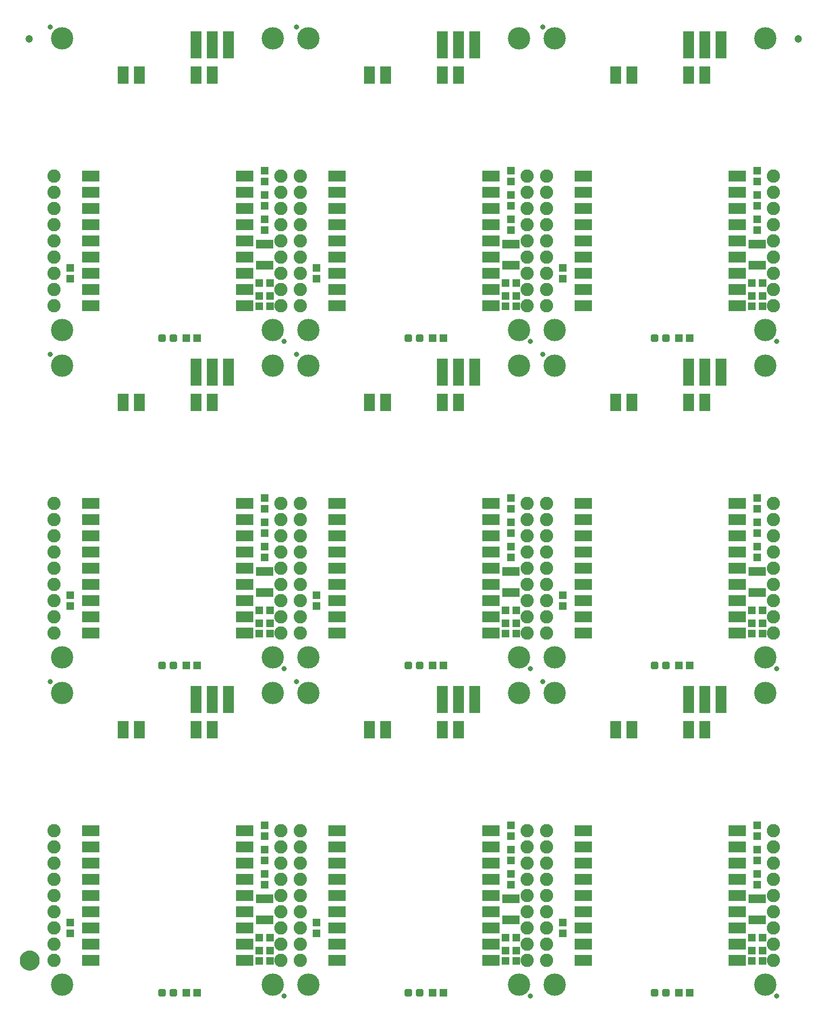
<source format=gts>
G04 EAGLE Gerber RS-274X export*
G75*
%MOMM*%
%FSLAX34Y34*%
%LPD*%
%INSoldermask Top*%
%IPPOS*%
%AMOC8*
5,1,8,0,0,1.08239X$1,22.5*%
G01*
%ADD10C,0.838200*%
%ADD11C,3.505200*%
%ADD12R,1.303200X1.203200*%
%ADD13C,0.505344*%
%ADD14R,2.703200X1.703200*%
%ADD15R,1.703200X2.703200*%
%ADD16R,1.203200X1.303200*%
%ADD17R,1.703200X4.203200*%
%ADD18R,2.703200X1.403200*%
%ADD19C,2.082800*%
%ADD20C,1.203200*%
%ADD21C,1.270000*%
%ADD22C,1.703200*%


D10*
X373380Y7620D03*
X6350Y500380D03*
D11*
X25400Y482600D03*
X25400Y25400D03*
X355600Y482600D03*
X355600Y25400D03*
D12*
X334400Y62230D03*
X351400Y62230D03*
X334400Y78740D03*
X351400Y78740D03*
X334400Y99060D03*
X351400Y99060D03*
D13*
X185220Y16190D02*
X185220Y9210D01*
X178240Y9210D01*
X178240Y16190D01*
X185220Y16190D01*
X185220Y14010D02*
X178240Y14010D01*
X202760Y16190D02*
X202760Y9210D01*
X195780Y9210D01*
X195780Y16190D01*
X202760Y16190D01*
X202760Y14010D02*
X195780Y14010D01*
D14*
X69500Y63600D03*
X69500Y89000D03*
X69500Y114400D03*
X69500Y139800D03*
X69500Y165200D03*
X69500Y190600D03*
X69500Y216000D03*
X69500Y241400D03*
X69500Y266800D03*
X311500Y63600D03*
X311500Y89000D03*
X311500Y114400D03*
X311500Y139800D03*
X311500Y165200D03*
X311500Y190600D03*
X311500Y216000D03*
X311500Y241400D03*
X311500Y266800D03*
D15*
X260500Y424600D03*
X235100Y424600D03*
X145900Y424600D03*
X120500Y424600D03*
D16*
X38100Y105800D03*
X38100Y122800D03*
D17*
X234950Y472440D03*
X260350Y472440D03*
X285750Y472440D03*
D16*
X342900Y199000D03*
X342900Y182000D03*
X342900Y275200D03*
X342900Y258200D03*
X342900Y237100D03*
X342900Y220100D03*
D12*
X220100Y12700D03*
X237100Y12700D03*
D18*
X342900Y160010D03*
X342900Y127010D03*
D19*
X368300Y266700D03*
X368300Y241300D03*
X368300Y215900D03*
X368300Y190500D03*
X368300Y165100D03*
X368300Y139700D03*
X368300Y114300D03*
X368300Y88900D03*
X368300Y63500D03*
X12700Y266700D03*
X12700Y241300D03*
X12700Y215900D03*
X12700Y190500D03*
X12700Y165100D03*
X12700Y139700D03*
X12700Y114300D03*
X12700Y88900D03*
X12700Y63500D03*
D10*
X759460Y7620D03*
X392430Y500380D03*
D11*
X411480Y482600D03*
X411480Y25400D03*
X741680Y482600D03*
X741680Y25400D03*
D12*
X720480Y62230D03*
X737480Y62230D03*
X720480Y78740D03*
X737480Y78740D03*
X720480Y99060D03*
X737480Y99060D03*
D13*
X571300Y16190D02*
X571300Y9210D01*
X564320Y9210D01*
X564320Y16190D01*
X571300Y16190D01*
X571300Y14010D02*
X564320Y14010D01*
X588840Y16190D02*
X588840Y9210D01*
X581860Y9210D01*
X581860Y16190D01*
X588840Y16190D01*
X588840Y14010D02*
X581860Y14010D01*
D14*
X455580Y63600D03*
X455580Y89000D03*
X455580Y114400D03*
X455580Y139800D03*
X455580Y165200D03*
X455580Y190600D03*
X455580Y216000D03*
X455580Y241400D03*
X455580Y266800D03*
X697580Y63600D03*
X697580Y89000D03*
X697580Y114400D03*
X697580Y139800D03*
X697580Y165200D03*
X697580Y190600D03*
X697580Y216000D03*
X697580Y241400D03*
X697580Y266800D03*
D15*
X646580Y424600D03*
X621180Y424600D03*
X531980Y424600D03*
X506580Y424600D03*
D16*
X424180Y105800D03*
X424180Y122800D03*
D17*
X621030Y472440D03*
X646430Y472440D03*
X671830Y472440D03*
D16*
X728980Y199000D03*
X728980Y182000D03*
X728980Y275200D03*
X728980Y258200D03*
X728980Y237100D03*
X728980Y220100D03*
D12*
X606180Y12700D03*
X623180Y12700D03*
D18*
X728980Y160010D03*
X728980Y127010D03*
D19*
X754380Y266700D03*
X754380Y241300D03*
X754380Y215900D03*
X754380Y190500D03*
X754380Y165100D03*
X754380Y139700D03*
X754380Y114300D03*
X754380Y88900D03*
X754380Y63500D03*
X398780Y266700D03*
X398780Y241300D03*
X398780Y215900D03*
X398780Y190500D03*
X398780Y165100D03*
X398780Y139700D03*
X398780Y114300D03*
X398780Y88900D03*
X398780Y63500D03*
D10*
X1145540Y7620D03*
X778510Y500380D03*
D11*
X797560Y482600D03*
X797560Y25400D03*
X1127760Y482600D03*
X1127760Y25400D03*
D12*
X1106560Y62230D03*
X1123560Y62230D03*
X1106560Y78740D03*
X1123560Y78740D03*
X1106560Y99060D03*
X1123560Y99060D03*
D13*
X957380Y16190D02*
X957380Y9210D01*
X950400Y9210D01*
X950400Y16190D01*
X957380Y16190D01*
X957380Y14010D02*
X950400Y14010D01*
X974920Y16190D02*
X974920Y9210D01*
X967940Y9210D01*
X967940Y16190D01*
X974920Y16190D01*
X974920Y14010D02*
X967940Y14010D01*
D14*
X841660Y63600D03*
X841660Y89000D03*
X841660Y114400D03*
X841660Y139800D03*
X841660Y165200D03*
X841660Y190600D03*
X841660Y216000D03*
X841660Y241400D03*
X841660Y266800D03*
X1083660Y63600D03*
X1083660Y89000D03*
X1083660Y114400D03*
X1083660Y139800D03*
X1083660Y165200D03*
X1083660Y190600D03*
X1083660Y216000D03*
X1083660Y241400D03*
X1083660Y266800D03*
D15*
X1032660Y424600D03*
X1007260Y424600D03*
X918060Y424600D03*
X892660Y424600D03*
D16*
X810260Y105800D03*
X810260Y122800D03*
D17*
X1007110Y472440D03*
X1032510Y472440D03*
X1057910Y472440D03*
D16*
X1115060Y199000D03*
X1115060Y182000D03*
X1115060Y275200D03*
X1115060Y258200D03*
X1115060Y237100D03*
X1115060Y220100D03*
D12*
X992260Y12700D03*
X1009260Y12700D03*
D18*
X1115060Y160010D03*
X1115060Y127010D03*
D19*
X1140460Y266700D03*
X1140460Y241300D03*
X1140460Y215900D03*
X1140460Y190500D03*
X1140460Y165100D03*
X1140460Y139700D03*
X1140460Y114300D03*
X1140460Y88900D03*
X1140460Y63500D03*
X784860Y266700D03*
X784860Y241300D03*
X784860Y215900D03*
X784860Y190500D03*
X784860Y165100D03*
X784860Y139700D03*
X784860Y114300D03*
X784860Y88900D03*
X784860Y63500D03*
D10*
X373380Y520700D03*
X6350Y1013460D03*
D11*
X25400Y995680D03*
X25400Y538480D03*
X355600Y995680D03*
X355600Y538480D03*
D12*
X334400Y575310D03*
X351400Y575310D03*
X334400Y591820D03*
X351400Y591820D03*
X334400Y612140D03*
X351400Y612140D03*
D13*
X185220Y529270D02*
X185220Y522290D01*
X178240Y522290D01*
X178240Y529270D01*
X185220Y529270D01*
X185220Y527090D02*
X178240Y527090D01*
X202760Y529270D02*
X202760Y522290D01*
X195780Y522290D01*
X195780Y529270D01*
X202760Y529270D01*
X202760Y527090D02*
X195780Y527090D01*
D14*
X69500Y576680D03*
X69500Y602080D03*
X69500Y627480D03*
X69500Y652880D03*
X69500Y678280D03*
X69500Y703680D03*
X69500Y729080D03*
X69500Y754480D03*
X69500Y779880D03*
X311500Y576680D03*
X311500Y602080D03*
X311500Y627480D03*
X311500Y652880D03*
X311500Y678280D03*
X311500Y703680D03*
X311500Y729080D03*
X311500Y754480D03*
X311500Y779880D03*
D15*
X260500Y937680D03*
X235100Y937680D03*
X145900Y937680D03*
X120500Y937680D03*
D16*
X38100Y618880D03*
X38100Y635880D03*
D17*
X234950Y985520D03*
X260350Y985520D03*
X285750Y985520D03*
D16*
X342900Y712080D03*
X342900Y695080D03*
X342900Y788280D03*
X342900Y771280D03*
X342900Y750180D03*
X342900Y733180D03*
D12*
X220100Y525780D03*
X237100Y525780D03*
D18*
X342900Y673090D03*
X342900Y640090D03*
D19*
X368300Y779780D03*
X368300Y754380D03*
X368300Y728980D03*
X368300Y703580D03*
X368300Y678180D03*
X368300Y652780D03*
X368300Y627380D03*
X368300Y601980D03*
X368300Y576580D03*
X12700Y779780D03*
X12700Y754380D03*
X12700Y728980D03*
X12700Y703580D03*
X12700Y678180D03*
X12700Y652780D03*
X12700Y627380D03*
X12700Y601980D03*
X12700Y576580D03*
D10*
X759460Y520700D03*
X392430Y1013460D03*
D11*
X411480Y995680D03*
X411480Y538480D03*
X741680Y995680D03*
X741680Y538480D03*
D12*
X720480Y575310D03*
X737480Y575310D03*
X720480Y591820D03*
X737480Y591820D03*
X720480Y612140D03*
X737480Y612140D03*
D13*
X571300Y529270D02*
X571300Y522290D01*
X564320Y522290D01*
X564320Y529270D01*
X571300Y529270D01*
X571300Y527090D02*
X564320Y527090D01*
X588840Y529270D02*
X588840Y522290D01*
X581860Y522290D01*
X581860Y529270D01*
X588840Y529270D01*
X588840Y527090D02*
X581860Y527090D01*
D14*
X455580Y576680D03*
X455580Y602080D03*
X455580Y627480D03*
X455580Y652880D03*
X455580Y678280D03*
X455580Y703680D03*
X455580Y729080D03*
X455580Y754480D03*
X455580Y779880D03*
X697580Y576680D03*
X697580Y602080D03*
X697580Y627480D03*
X697580Y652880D03*
X697580Y678280D03*
X697580Y703680D03*
X697580Y729080D03*
X697580Y754480D03*
X697580Y779880D03*
D15*
X646580Y937680D03*
X621180Y937680D03*
X531980Y937680D03*
X506580Y937680D03*
D16*
X424180Y618880D03*
X424180Y635880D03*
D17*
X621030Y985520D03*
X646430Y985520D03*
X671830Y985520D03*
D16*
X728980Y712080D03*
X728980Y695080D03*
X728980Y788280D03*
X728980Y771280D03*
X728980Y750180D03*
X728980Y733180D03*
D12*
X606180Y525780D03*
X623180Y525780D03*
D18*
X728980Y673090D03*
X728980Y640090D03*
D19*
X754380Y779780D03*
X754380Y754380D03*
X754380Y728980D03*
X754380Y703580D03*
X754380Y678180D03*
X754380Y652780D03*
X754380Y627380D03*
X754380Y601980D03*
X754380Y576580D03*
X398780Y779780D03*
X398780Y754380D03*
X398780Y728980D03*
X398780Y703580D03*
X398780Y678180D03*
X398780Y652780D03*
X398780Y627380D03*
X398780Y601980D03*
X398780Y576580D03*
D10*
X1145540Y520700D03*
X778510Y1013460D03*
D11*
X797560Y995680D03*
X797560Y538480D03*
X1127760Y995680D03*
X1127760Y538480D03*
D12*
X1106560Y575310D03*
X1123560Y575310D03*
X1106560Y591820D03*
X1123560Y591820D03*
X1106560Y612140D03*
X1123560Y612140D03*
D13*
X957380Y529270D02*
X957380Y522290D01*
X950400Y522290D01*
X950400Y529270D01*
X957380Y529270D01*
X957380Y527090D02*
X950400Y527090D01*
X974920Y529270D02*
X974920Y522290D01*
X967940Y522290D01*
X967940Y529270D01*
X974920Y529270D01*
X974920Y527090D02*
X967940Y527090D01*
D14*
X841660Y576680D03*
X841660Y602080D03*
X841660Y627480D03*
X841660Y652880D03*
X841660Y678280D03*
X841660Y703680D03*
X841660Y729080D03*
X841660Y754480D03*
X841660Y779880D03*
X1083660Y576680D03*
X1083660Y602080D03*
X1083660Y627480D03*
X1083660Y652880D03*
X1083660Y678280D03*
X1083660Y703680D03*
X1083660Y729080D03*
X1083660Y754480D03*
X1083660Y779880D03*
D15*
X1032660Y937680D03*
X1007260Y937680D03*
X918060Y937680D03*
X892660Y937680D03*
D16*
X810260Y618880D03*
X810260Y635880D03*
D17*
X1007110Y985520D03*
X1032510Y985520D03*
X1057910Y985520D03*
D16*
X1115060Y712080D03*
X1115060Y695080D03*
X1115060Y788280D03*
X1115060Y771280D03*
X1115060Y750180D03*
X1115060Y733180D03*
D12*
X992260Y525780D03*
X1009260Y525780D03*
D18*
X1115060Y673090D03*
X1115060Y640090D03*
D19*
X1140460Y779780D03*
X1140460Y754380D03*
X1140460Y728980D03*
X1140460Y703580D03*
X1140460Y678180D03*
X1140460Y652780D03*
X1140460Y627380D03*
X1140460Y601980D03*
X1140460Y576580D03*
X784860Y779780D03*
X784860Y754380D03*
X784860Y728980D03*
X784860Y703580D03*
X784860Y678180D03*
X784860Y652780D03*
X784860Y627380D03*
X784860Y601980D03*
X784860Y576580D03*
D10*
X373380Y1033780D03*
X6350Y1526540D03*
D11*
X25400Y1508760D03*
X25400Y1051560D03*
X355600Y1508760D03*
X355600Y1051560D03*
D12*
X334400Y1088390D03*
X351400Y1088390D03*
X334400Y1104900D03*
X351400Y1104900D03*
X334400Y1125220D03*
X351400Y1125220D03*
D13*
X185220Y1042350D02*
X185220Y1035370D01*
X178240Y1035370D01*
X178240Y1042350D01*
X185220Y1042350D01*
X185220Y1040170D02*
X178240Y1040170D01*
X202760Y1042350D02*
X202760Y1035370D01*
X195780Y1035370D01*
X195780Y1042350D01*
X202760Y1042350D01*
X202760Y1040170D02*
X195780Y1040170D01*
D14*
X69500Y1089760D03*
X69500Y1115160D03*
X69500Y1140560D03*
X69500Y1165960D03*
X69500Y1191360D03*
X69500Y1216760D03*
X69500Y1242160D03*
X69500Y1267560D03*
X69500Y1292960D03*
X311500Y1089760D03*
X311500Y1115160D03*
X311500Y1140560D03*
X311500Y1165960D03*
X311500Y1191360D03*
X311500Y1216760D03*
X311500Y1242160D03*
X311500Y1267560D03*
X311500Y1292960D03*
D15*
X260500Y1450760D03*
X235100Y1450760D03*
X145900Y1450760D03*
X120500Y1450760D03*
D16*
X38100Y1131960D03*
X38100Y1148960D03*
D17*
X234950Y1498600D03*
X260350Y1498600D03*
X285750Y1498600D03*
D16*
X342900Y1225160D03*
X342900Y1208160D03*
X342900Y1301360D03*
X342900Y1284360D03*
X342900Y1263260D03*
X342900Y1246260D03*
D12*
X220100Y1038860D03*
X237100Y1038860D03*
D18*
X342900Y1186170D03*
X342900Y1153170D03*
D19*
X368300Y1292860D03*
X368300Y1267460D03*
X368300Y1242060D03*
X368300Y1216660D03*
X368300Y1191260D03*
X368300Y1165860D03*
X368300Y1140460D03*
X368300Y1115060D03*
X368300Y1089660D03*
X12700Y1292860D03*
X12700Y1267460D03*
X12700Y1242060D03*
X12700Y1216660D03*
X12700Y1191260D03*
X12700Y1165860D03*
X12700Y1140460D03*
X12700Y1115060D03*
X12700Y1089660D03*
D10*
X759460Y1033780D03*
X392430Y1526540D03*
D11*
X411480Y1508760D03*
X411480Y1051560D03*
X741680Y1508760D03*
X741680Y1051560D03*
D12*
X720480Y1088390D03*
X737480Y1088390D03*
X720480Y1104900D03*
X737480Y1104900D03*
X720480Y1125220D03*
X737480Y1125220D03*
D13*
X571300Y1042350D02*
X571300Y1035370D01*
X564320Y1035370D01*
X564320Y1042350D01*
X571300Y1042350D01*
X571300Y1040170D02*
X564320Y1040170D01*
X588840Y1042350D02*
X588840Y1035370D01*
X581860Y1035370D01*
X581860Y1042350D01*
X588840Y1042350D01*
X588840Y1040170D02*
X581860Y1040170D01*
D14*
X455580Y1089760D03*
X455580Y1115160D03*
X455580Y1140560D03*
X455580Y1165960D03*
X455580Y1191360D03*
X455580Y1216760D03*
X455580Y1242160D03*
X455580Y1267560D03*
X455580Y1292960D03*
X697580Y1089760D03*
X697580Y1115160D03*
X697580Y1140560D03*
X697580Y1165960D03*
X697580Y1191360D03*
X697580Y1216760D03*
X697580Y1242160D03*
X697580Y1267560D03*
X697580Y1292960D03*
D15*
X646580Y1450760D03*
X621180Y1450760D03*
X531980Y1450760D03*
X506580Y1450760D03*
D16*
X424180Y1131960D03*
X424180Y1148960D03*
D17*
X621030Y1498600D03*
X646430Y1498600D03*
X671830Y1498600D03*
D16*
X728980Y1225160D03*
X728980Y1208160D03*
X728980Y1301360D03*
X728980Y1284360D03*
X728980Y1263260D03*
X728980Y1246260D03*
D12*
X606180Y1038860D03*
X623180Y1038860D03*
D18*
X728980Y1186170D03*
X728980Y1153170D03*
D19*
X754380Y1292860D03*
X754380Y1267460D03*
X754380Y1242060D03*
X754380Y1216660D03*
X754380Y1191260D03*
X754380Y1165860D03*
X754380Y1140460D03*
X754380Y1115060D03*
X754380Y1089660D03*
X398780Y1292860D03*
X398780Y1267460D03*
X398780Y1242060D03*
X398780Y1216660D03*
X398780Y1191260D03*
X398780Y1165860D03*
X398780Y1140460D03*
X398780Y1115060D03*
X398780Y1089660D03*
D10*
X1145540Y1033780D03*
X778510Y1526540D03*
D11*
X797560Y1508760D03*
X797560Y1051560D03*
X1127760Y1508760D03*
X1127760Y1051560D03*
D12*
X1106560Y1088390D03*
X1123560Y1088390D03*
X1106560Y1104900D03*
X1123560Y1104900D03*
X1106560Y1125220D03*
X1123560Y1125220D03*
D13*
X957380Y1042350D02*
X957380Y1035370D01*
X950400Y1035370D01*
X950400Y1042350D01*
X957380Y1042350D01*
X957380Y1040170D02*
X950400Y1040170D01*
X974920Y1042350D02*
X974920Y1035370D01*
X967940Y1035370D01*
X967940Y1042350D01*
X974920Y1042350D01*
X974920Y1040170D02*
X967940Y1040170D01*
D14*
X841660Y1089760D03*
X841660Y1115160D03*
X841660Y1140560D03*
X841660Y1165960D03*
X841660Y1191360D03*
X841660Y1216760D03*
X841660Y1242160D03*
X841660Y1267560D03*
X841660Y1292960D03*
X1083660Y1089760D03*
X1083660Y1115160D03*
X1083660Y1140560D03*
X1083660Y1165960D03*
X1083660Y1191360D03*
X1083660Y1216760D03*
X1083660Y1242160D03*
X1083660Y1267560D03*
X1083660Y1292960D03*
D15*
X1032660Y1450760D03*
X1007260Y1450760D03*
X918060Y1450760D03*
X892660Y1450760D03*
D16*
X810260Y1131960D03*
X810260Y1148960D03*
D17*
X1007110Y1498600D03*
X1032510Y1498600D03*
X1057910Y1498600D03*
D16*
X1115060Y1225160D03*
X1115060Y1208160D03*
X1115060Y1301360D03*
X1115060Y1284360D03*
X1115060Y1263260D03*
X1115060Y1246260D03*
D12*
X992260Y1038860D03*
X1009260Y1038860D03*
D18*
X1115060Y1186170D03*
X1115060Y1153170D03*
D19*
X1140460Y1292860D03*
X1140460Y1267460D03*
X1140460Y1242060D03*
X1140460Y1216660D03*
X1140460Y1191260D03*
X1140460Y1165860D03*
X1140460Y1140460D03*
X1140460Y1115060D03*
X1140460Y1089660D03*
X784860Y1292860D03*
X784860Y1267460D03*
X784860Y1242060D03*
X784860Y1216660D03*
X784860Y1191260D03*
X784860Y1165860D03*
X784860Y1140460D03*
X784860Y1115060D03*
X784860Y1089660D03*
D20*
X-26238Y1507490D03*
X1179398Y1507490D03*
D21*
X-35293Y63500D02*
X-35290Y63722D01*
X-35282Y63944D01*
X-35268Y64166D01*
X-35249Y64388D01*
X-35225Y64608D01*
X-35195Y64829D01*
X-35160Y65048D01*
X-35119Y65267D01*
X-35073Y65484D01*
X-35022Y65700D01*
X-34965Y65915D01*
X-34903Y66129D01*
X-34836Y66340D01*
X-34764Y66551D01*
X-34686Y66759D01*
X-34604Y66965D01*
X-34516Y67169D01*
X-34424Y67372D01*
X-34326Y67571D01*
X-34224Y67768D01*
X-34117Y67963D01*
X-34005Y68155D01*
X-33888Y68344D01*
X-33767Y68531D01*
X-33641Y68714D01*
X-33511Y68894D01*
X-33376Y69071D01*
X-33238Y69244D01*
X-33095Y69414D01*
X-32947Y69581D01*
X-32796Y69744D01*
X-32641Y69903D01*
X-32482Y70058D01*
X-32319Y70209D01*
X-32152Y70357D01*
X-31982Y70500D01*
X-31809Y70638D01*
X-31632Y70773D01*
X-31452Y70903D01*
X-31269Y71029D01*
X-31082Y71150D01*
X-30893Y71267D01*
X-30701Y71379D01*
X-30506Y71486D01*
X-30309Y71588D01*
X-30110Y71686D01*
X-29907Y71778D01*
X-29703Y71866D01*
X-29497Y71948D01*
X-29289Y72026D01*
X-29078Y72098D01*
X-28867Y72165D01*
X-28653Y72227D01*
X-28438Y72284D01*
X-28222Y72335D01*
X-28005Y72381D01*
X-27786Y72422D01*
X-27567Y72457D01*
X-27346Y72487D01*
X-27126Y72511D01*
X-26904Y72530D01*
X-26682Y72544D01*
X-26460Y72552D01*
X-26238Y72555D01*
X-26016Y72552D01*
X-25794Y72544D01*
X-25572Y72530D01*
X-25350Y72511D01*
X-25130Y72487D01*
X-24909Y72457D01*
X-24690Y72422D01*
X-24471Y72381D01*
X-24254Y72335D01*
X-24038Y72284D01*
X-23823Y72227D01*
X-23609Y72165D01*
X-23398Y72098D01*
X-23187Y72026D01*
X-22979Y71948D01*
X-22773Y71866D01*
X-22569Y71778D01*
X-22366Y71686D01*
X-22167Y71588D01*
X-21970Y71486D01*
X-21775Y71379D01*
X-21583Y71267D01*
X-21394Y71150D01*
X-21207Y71029D01*
X-21024Y70903D01*
X-20844Y70773D01*
X-20667Y70638D01*
X-20494Y70500D01*
X-20324Y70357D01*
X-20157Y70209D01*
X-19994Y70058D01*
X-19835Y69903D01*
X-19680Y69744D01*
X-19529Y69581D01*
X-19381Y69414D01*
X-19238Y69244D01*
X-19100Y69071D01*
X-18965Y68894D01*
X-18835Y68714D01*
X-18709Y68531D01*
X-18588Y68344D01*
X-18471Y68155D01*
X-18359Y67963D01*
X-18252Y67768D01*
X-18150Y67571D01*
X-18052Y67372D01*
X-17960Y67169D01*
X-17872Y66965D01*
X-17790Y66759D01*
X-17712Y66551D01*
X-17640Y66340D01*
X-17573Y66129D01*
X-17511Y65915D01*
X-17454Y65700D01*
X-17403Y65484D01*
X-17357Y65267D01*
X-17316Y65048D01*
X-17281Y64829D01*
X-17251Y64608D01*
X-17227Y64388D01*
X-17208Y64166D01*
X-17194Y63944D01*
X-17186Y63722D01*
X-17183Y63500D01*
X-17186Y63278D01*
X-17194Y63056D01*
X-17208Y62834D01*
X-17227Y62612D01*
X-17251Y62392D01*
X-17281Y62171D01*
X-17316Y61952D01*
X-17357Y61733D01*
X-17403Y61516D01*
X-17454Y61300D01*
X-17511Y61085D01*
X-17573Y60871D01*
X-17640Y60660D01*
X-17712Y60449D01*
X-17790Y60241D01*
X-17872Y60035D01*
X-17960Y59831D01*
X-18052Y59628D01*
X-18150Y59429D01*
X-18252Y59232D01*
X-18359Y59037D01*
X-18471Y58845D01*
X-18588Y58656D01*
X-18709Y58469D01*
X-18835Y58286D01*
X-18965Y58106D01*
X-19100Y57929D01*
X-19238Y57756D01*
X-19381Y57586D01*
X-19529Y57419D01*
X-19680Y57256D01*
X-19835Y57097D01*
X-19994Y56942D01*
X-20157Y56791D01*
X-20324Y56643D01*
X-20494Y56500D01*
X-20667Y56362D01*
X-20844Y56227D01*
X-21024Y56097D01*
X-21207Y55971D01*
X-21394Y55850D01*
X-21583Y55733D01*
X-21775Y55621D01*
X-21970Y55514D01*
X-22167Y55412D01*
X-22366Y55314D01*
X-22569Y55222D01*
X-22773Y55134D01*
X-22979Y55052D01*
X-23187Y54974D01*
X-23398Y54902D01*
X-23609Y54835D01*
X-23823Y54773D01*
X-24038Y54716D01*
X-24254Y54665D01*
X-24471Y54619D01*
X-24690Y54578D01*
X-24909Y54543D01*
X-25130Y54513D01*
X-25350Y54489D01*
X-25572Y54470D01*
X-25794Y54456D01*
X-26016Y54448D01*
X-26238Y54445D01*
X-26460Y54448D01*
X-26682Y54456D01*
X-26904Y54470D01*
X-27126Y54489D01*
X-27346Y54513D01*
X-27567Y54543D01*
X-27786Y54578D01*
X-28005Y54619D01*
X-28222Y54665D01*
X-28438Y54716D01*
X-28653Y54773D01*
X-28867Y54835D01*
X-29078Y54902D01*
X-29289Y54974D01*
X-29497Y55052D01*
X-29703Y55134D01*
X-29907Y55222D01*
X-30110Y55314D01*
X-30309Y55412D01*
X-30506Y55514D01*
X-30701Y55621D01*
X-30893Y55733D01*
X-31082Y55850D01*
X-31269Y55971D01*
X-31452Y56097D01*
X-31632Y56227D01*
X-31809Y56362D01*
X-31982Y56500D01*
X-32152Y56643D01*
X-32319Y56791D01*
X-32482Y56942D01*
X-32641Y57097D01*
X-32796Y57256D01*
X-32947Y57419D01*
X-33095Y57586D01*
X-33238Y57756D01*
X-33376Y57929D01*
X-33511Y58106D01*
X-33641Y58286D01*
X-33767Y58469D01*
X-33888Y58656D01*
X-34005Y58845D01*
X-34117Y59037D01*
X-34224Y59232D01*
X-34326Y59429D01*
X-34424Y59628D01*
X-34516Y59831D01*
X-34604Y60035D01*
X-34686Y60241D01*
X-34764Y60449D01*
X-34836Y60660D01*
X-34903Y60871D01*
X-34965Y61085D01*
X-35022Y61300D01*
X-35073Y61516D01*
X-35119Y61733D01*
X-35160Y61952D01*
X-35195Y62171D01*
X-35225Y62392D01*
X-35249Y62612D01*
X-35268Y62834D01*
X-35282Y63056D01*
X-35290Y63278D01*
X-35293Y63500D01*
D22*
X-26238Y63500D03*
M02*

</source>
